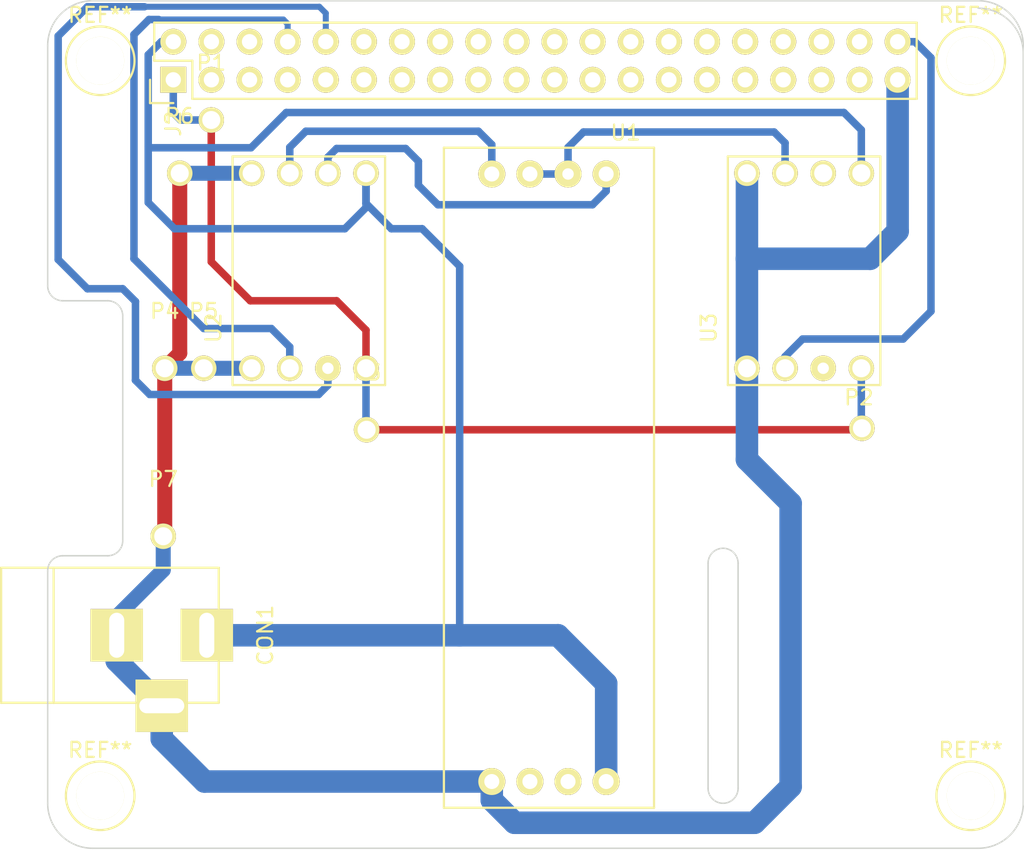
<source format=kicad_pcb>
(kicad_pcb (version 4) (host pcbnew 4.0.2-4+6225~38~ubuntu14.04.1-stable)

  (general
    (links 27)
    (no_connects 2)
    (area 115.224379 55.327 183.650001 112.269)
    (thickness 1.6)
    (drawings 21)
    (tracks 118)
    (zones 0)
    (modules 16)
    (nets 48)
  )

  (page A4)
  (layers
    (0 F.Cu signal)
    (31 B.Cu signal)
    (32 B.Adhes user)
    (33 F.Adhes user)
    (34 B.Paste user)
    (35 F.Paste user)
    (36 B.SilkS user)
    (37 F.SilkS user)
    (38 B.Mask user)
    (39 F.Mask user)
    (40 Dwgs.User user)
    (41 Cmts.User user)
    (42 Eco1.User user)
    (43 Eco2.User user)
    (44 Edge.Cuts user)
    (45 Margin user)
    (46 B.CrtYd user)
    (47 F.CrtYd user)
    (48 B.Fab user)
    (49 F.Fab user)
  )

  (setup
    (last_trace_width 1)
    (user_trace_width 0.02)
    (user_trace_width 0.05)
    (user_trace_width 0.1)
    (user_trace_width 0.2)
    (user_trace_width 0.4)
    (user_trace_width 0.5)
    (user_trace_width 1)
    (user_trace_width 1.5)
    (trace_clearance 0.2)
    (zone_clearance 0.508)
    (zone_45_only no)
    (trace_min 0.01)
    (segment_width 0.2)
    (edge_width 0.1)
    (via_size 0.6)
    (via_drill 0.4)
    (via_min_size 0.4)
    (via_min_drill 0.3)
    (uvia_size 0.3)
    (uvia_drill 0.1)
    (uvias_allowed no)
    (uvia_min_size 0.2)
    (uvia_min_drill 0.1)
    (pcb_text_width 0.3)
    (pcb_text_size 1.5 1.5)
    (mod_edge_width 0.15)
    (mod_text_size 1 1)
    (mod_text_width 0.15)
    (pad_size 1.7 1.7)
    (pad_drill 1.2)
    (pad_to_mask_clearance 0)
    (aux_axis_origin 0 0)
    (visible_elements 7FFEFFFF)
    (pcbplotparams
      (layerselection 0x00000_80000000)
      (usegerberextensions false)
      (excludeedgelayer false)
      (linewidth 0.100000)
      (plotframeref false)
      (viasonmask false)
      (mode 1)
      (useauxorigin false)
      (hpglpennumber 1)
      (hpglpenspeed 20)
      (hpglpendiameter 15)
      (hpglpenoverlay 2)
      (psnegative false)
      (psa4output false)
      (plotreference true)
      (plotvalue true)
      (plotinvisibletext false)
      (padsonsilk false)
      (subtractmaskfromsilk false)
      (outputformat 5)
      (mirror false)
      (drillshape 0)
      (scaleselection 1)
      (outputdirectory /home/eden/Documents/git/horno/elec/raspyHat/RPi_Hat_Template-master/meta/))
  )

  (net 0 "")
  (net 1 "Net-(J2-Pad3)")
  (net 2 "Net-(J2-Pad4)")
  (net 3 "Net-(J2-Pad5)")
  (net 4 "Net-(J2-Pad6)")
  (net 5 "Net-(J2-Pad7)")
  (net 6 "Net-(J2-Pad9)")
  (net 7 "Net-(J2-Pad11)")
  (net 8 "Net-(J2-Pad12)")
  (net 9 "Net-(J2-Pad13)")
  (net 10 "Net-(J2-Pad14)")
  (net 11 "Net-(J2-Pad15)")
  (net 12 "Net-(J2-Pad16)")
  (net 13 "Net-(J2-Pad17)")
  (net 14 "Net-(J2-Pad18)")
  (net 15 "Net-(J2-Pad19)")
  (net 16 "Net-(J2-Pad20)")
  (net 17 "Net-(J2-Pad21)")
  (net 18 "Net-(J2-Pad22)")
  (net 19 "Net-(J2-Pad23)")
  (net 20 "Net-(J2-Pad24)")
  (net 21 "Net-(J2-Pad25)")
  (net 22 "Net-(J2-Pad26)")
  (net 23 "Net-(J2-Pad27)")
  (net 24 "Net-(J2-Pad28)")
  (net 25 "Net-(J2-Pad29)")
  (net 26 "Net-(J2-Pad30)")
  (net 27 "Net-(J2-Pad31)")
  (net 28 "Net-(J2-Pad32)")
  (net 29 "Net-(J2-Pad33)")
  (net 30 "Net-(J2-Pad34)")
  (net 31 "Net-(J2-Pad35)")
  (net 32 "Net-(J2-Pad36)")
  (net 33 "Net-(J2-Pad37)")
  (net 34 "Net-(J2-Pad38)")
  (net 35 "Net-(J2-Pad40)")
  (net 36 +3V3)
  (net 37 +5V)
  (net 38 TX3-3)
  (net 39 RX3-3)
  (net 40 GNDREF)
  (net 41 RX5v)
  (net 42 DE5v)
  (net 43 TX5v)
  (net 44 "Net-(U1-Pad7)")
  (net 45 "Net-(U1-Pad6)")
  (net 46 "Net-(U3-Pad3)")
  (net 47 "Net-(U3-Pad6)")

  (net_class Default "This is the default net class."
    (clearance 0.2)
    (trace_width 0.25)
    (via_dia 0.6)
    (via_drill 0.4)
    (uvia_dia 0.3)
    (uvia_drill 0.1)
    (add_net +3V3)
    (add_net +5V)
    (add_net DE5v)
    (add_net GNDREF)
    (add_net "Net-(J2-Pad11)")
    (add_net "Net-(J2-Pad12)")
    (add_net "Net-(J2-Pad13)")
    (add_net "Net-(J2-Pad14)")
    (add_net "Net-(J2-Pad15)")
    (add_net "Net-(J2-Pad16)")
    (add_net "Net-(J2-Pad17)")
    (add_net "Net-(J2-Pad18)")
    (add_net "Net-(J2-Pad19)")
    (add_net "Net-(J2-Pad20)")
    (add_net "Net-(J2-Pad21)")
    (add_net "Net-(J2-Pad22)")
    (add_net "Net-(J2-Pad23)")
    (add_net "Net-(J2-Pad24)")
    (add_net "Net-(J2-Pad25)")
    (add_net "Net-(J2-Pad26)")
    (add_net "Net-(J2-Pad27)")
    (add_net "Net-(J2-Pad28)")
    (add_net "Net-(J2-Pad29)")
    (add_net "Net-(J2-Pad3)")
    (add_net "Net-(J2-Pad30)")
    (add_net "Net-(J2-Pad31)")
    (add_net "Net-(J2-Pad32)")
    (add_net "Net-(J2-Pad33)")
    (add_net "Net-(J2-Pad34)")
    (add_net "Net-(J2-Pad35)")
    (add_net "Net-(J2-Pad36)")
    (add_net "Net-(J2-Pad37)")
    (add_net "Net-(J2-Pad38)")
    (add_net "Net-(J2-Pad4)")
    (add_net "Net-(J2-Pad40)")
    (add_net "Net-(J2-Pad5)")
    (add_net "Net-(J2-Pad6)")
    (add_net "Net-(J2-Pad7)")
    (add_net "Net-(J2-Pad9)")
    (add_net "Net-(U1-Pad6)")
    (add_net "Net-(U1-Pad7)")
    (add_net "Net-(U3-Pad3)")
    (add_net "Net-(U3-Pad6)")
    (add_net RX3-3)
    (add_net RX5v)
    (add_net TX3-3)
    (add_net TX5v)
  )

  (module footprints:MAX485-PdxLbs (layer F.Cu) (tedit 56B66F1C) (tstamp 56CB8D19)
    (at 152 87.3 180)
    (path /5515D395/56CB7E74)
    (fp_text reference U1 (at -5.1 23 180) (layer F.SilkS)
      (effects (font (size 1 1) (thickness 0.15)))
    )
    (fp_text value MAX485 (at -1 -22.9 180) (layer F.Fab)
      (effects (font (size 1 1) (thickness 0.15)))
    )
    (fp_line (start -7 -22) (end 7 -22) (layer F.SilkS) (width 0.15))
    (fp_line (start 7 22) (end 7 -22) (layer F.SilkS) (width 0.15))
    (fp_line (start -7 22) (end -7 -22) (layer F.SilkS) (width 0.15))
    (fp_line (start -7 22) (end 7 22) (layer F.SilkS) (width 0.15))
    (pad 1 thru_hole circle (at -3.81 20.25 180) (size 1.8 1.8) (drill 1) (layers *.Cu *.Mask F.SilkS)
      (net 41 RX5v))
    (pad 2 thru_hole circle (at -1.27 20.25 180) (size 1.8 1.8) (drill 0.762) (layers *.Cu *.Mask F.SilkS)
      (net 42 DE5v))
    (pad 3 thru_hole circle (at 1.27 20.25 180) (size 1.8 1.8) (drill 1) (layers *.Cu *.Mask F.SilkS)
      (net 42 DE5v))
    (pad 4 thru_hole circle (at 3.81 20.25 180) (size 1.8 1.8) (drill 1) (layers *.Cu *.Mask F.SilkS)
      (net 43 TX5v))
    (pad 8 thru_hole circle (at -3.81 -20.25 180) (size 1.8 1.8) (drill 1) (layers *.Cu *.Mask F.SilkS)
      (net 37 +5V))
    (pad 7 thru_hole circle (at -1.27 -20.25 180) (size 1.8 1.8) (drill 1) (layers *.Cu *.Mask F.SilkS)
      (net 44 "Net-(U1-Pad7)"))
    (pad 6 thru_hole circle (at 1.27 -20.25 180) (size 1.8 1.8) (drill 1) (layers *.Cu *.Mask F.SilkS)
      (net 45 "Net-(U1-Pad6)"))
    (pad 5 thru_hole circle (at 3.81 -20.25 180) (size 1.8 1.8) (drill 1) (layers *.Cu *.Mask F.SilkS)
      (net 40 GNDREF))
  )

  (module Connect:1pin (layer F.Cu) (tedit 56CB938E) (tstamp 56CB9340)
    (at 180.1 59.5)
    (descr "module 1 pin (ou trou mecanique de percage)")
    (tags DEV)
    (fp_text reference REF** (at 0 -3.048) (layer F.SilkS)
      (effects (font (size 1 1) (thickness 0.15)))
    )
    (fp_text value 1pin (at 0 2.794) (layer F.Fab)
      (effects (font (size 1 1) (thickness 0.15)))
    )
    (fp_circle (center 0 0) (end 0 -2.286) (layer F.SilkS) (width 0.15))
    (pad "" np_thru_hole circle (at 0 0) (size 3.2 3.2) (drill 3.2) (layers *.Cu *.Mask F.SilkS))
  )

  (module Connect:1pin (layer F.Cu) (tedit 56CB92FB) (tstamp 56CB933B)
    (at 180.1 108.5)
    (descr "module 1 pin (ou trou mecanique de percage)")
    (tags DEV)
    (fp_text reference REF** (at 0 -3.048) (layer F.SilkS)
      (effects (font (size 1 1) (thickness 0.15)))
    )
    (fp_text value 1pin (at 0 2.794) (layer F.Fab)
      (effects (font (size 1 1) (thickness 0.15)))
    )
    (fp_circle (center 0 0) (end 0 -2.286) (layer F.SilkS) (width 0.15))
    (pad "" np_thru_hole circle (at 0 0) (size 3.2 3.2) (drill 3.2) (layers *.Cu *.Mask F.SilkS))
  )

  (module Connect:1pin (layer F.Cu) (tedit 56CB92FB) (tstamp 56CB9336)
    (at 122.1 108.5)
    (descr "module 1 pin (ou trou mecanique de percage)")
    (tags DEV)
    (fp_text reference REF** (at 0 -3.048) (layer F.SilkS)
      (effects (font (size 1 1) (thickness 0.15)))
    )
    (fp_text value 1pin (at 0 2.794) (layer F.Fab)
      (effects (font (size 1 1) (thickness 0.15)))
    )
    (fp_circle (center 0 0) (end 0 -2.286) (layer F.SilkS) (width 0.15))
    (pad "" np_thru_hole circle (at 0 0) (size 3.2 3.2) (drill 3.2) (layers *.Cu *.Mask F.SilkS))
  )

  (module footprints:LEVELSHIFTER (layer F.Cu) (tedit 56CB8B44) (tstamp 56CB8D29)
    (at 136 73.5 90)
    (path /5515D395/56CB8366)
    (fp_text reference U2 (at -3.81 -6.35 90) (layer F.SilkS)
      (effects (font (size 1 1) (thickness 0.15)))
    )
    (fp_text value LevelShifter (at -1.27 6.35 90) (layer F.Fab)
      (effects (font (size 1 1) (thickness 0.15)))
    )
    (fp_line (start -7.62 5.08) (end -7.62 -5.08) (layer F.SilkS) (width 0.15))
    (fp_line (start 7.62 5.08) (end -7.62 5.08) (layer F.SilkS) (width 0.15))
    (fp_line (start 7.62 -5.08) (end 7.62 5.08) (layer F.SilkS) (width 0.15))
    (fp_line (start -7.62 -5.08) (end 7.62 -5.08) (layer F.SilkS) (width 0.15))
    (pad 1 thru_hole circle (at -6.5 -3.81 90) (size 1.7 1.7) (drill 1.2) (layers *.Cu *.Mask F.SilkS)
      (net 40 GNDREF))
    (pad 2 thru_hole circle (at -6.5 -1.27 90) (size 1.7 1.7) (drill 1.2) (layers *.Cu *.Mask F.SilkS)
      (net 38 TX3-3))
    (pad 3 thru_hole circle (at -6.5 1.27 90) (size 1.7 1.7) (drill 0.762) (layers *.Cu *.Mask F.SilkS)
      (net 39 RX3-3))
    (pad 4 thru_hole circle (at -6.5 3.81 90) (size 1.7 1.7) (drill 1.2) (layers *.Cu *.Mask F.SilkS)
      (net 36 +3V3))
    (pad 5 thru_hole circle (at 6.5 3.81 90) (size 1.7 1.7) (drill 1.2) (layers *.Cu *.Mask F.SilkS)
      (net 37 +5V))
    (pad 6 thru_hole circle (at 6.5 1.27 90) (size 1.7 1.7) (drill 1.2) (layers *.Cu *.Mask F.SilkS)
      (net 41 RX5v))
    (pad 7 thru_hole circle (at 6.5 -1.27 90) (size 1.7 1.7) (drill 1.2) (layers *.Cu *.Mask F.SilkS)
      (net 43 TX5v))
    (pad 8 thru_hole circle (at 6.5 -3.81 90) (size 1.7 1.7) (drill 1.2) (layers *.Cu *.Mask F.SilkS)
      (net 40 GNDREF))
  )

  (module RPi_Hat:Pin_Header_Straight_2x20 locked (layer F.Cu) (tedit 551989BF) (tstamp 5516AEA0)
    (at 151.1 59.5 90)
    (descr "Through hole pin header")
    (tags "pin header")
    (path /5515D395/5516AE26)
    (fp_text reference J2 (at -4.191 -24.13 270) (layer F.SilkS)
      (effects (font (size 1 1) (thickness 0.15)))
    )
    (fp_text value RPi_GPIO (at -1.27 -27.23 90) (layer F.Fab)
      (effects (font (size 1 1) (thickness 0.15)))
    )
    (fp_line (start -3.02 -25.88) (end -3.02 25.92) (layer F.CrtYd) (width 0.05))
    (fp_line (start 3.03 -25.88) (end 3.03 25.92) (layer F.CrtYd) (width 0.05))
    (fp_line (start -3.02 -25.88) (end 3.03 -25.88) (layer F.CrtYd) (width 0.05))
    (fp_line (start -3.02 25.92) (end 3.03 25.92) (layer F.CrtYd) (width 0.05))
    (fp_line (start 2.54 25.4) (end 2.54 -25.4) (layer F.SilkS) (width 0.15))
    (fp_line (start -2.54 -22.86) (end -2.54 25.4) (layer F.SilkS) (width 0.15))
    (fp_line (start 2.54 25.4) (end -2.54 25.4) (layer F.SilkS) (width 0.15))
    (fp_line (start 2.54 -25.4) (end 0 -25.4) (layer F.SilkS) (width 0.15))
    (fp_line (start -1.27 -25.68) (end -2.82 -25.68) (layer F.SilkS) (width 0.15))
    (fp_line (start 0 -25.4) (end 0 -22.86) (layer F.SilkS) (width 0.15))
    (fp_line (start 0 -22.86) (end -2.54 -22.86) (layer F.SilkS) (width 0.15))
    (fp_line (start -2.82 -25.68) (end -2.82 -24.13) (layer F.SilkS) (width 0.15))
    (pad 1 thru_hole rect (at -1.27 -24.13 90) (size 1.7272 1.7272) (drill 1.016) (layers *.Cu *.Mask F.SilkS)
      (net 36 +3V3))
    (pad 2 thru_hole oval (at 1.27 -24.13 90) (size 1.7272 1.7272) (drill 1.016) (layers *.Cu *.Mask F.SilkS)
      (net 37 +5V))
    (pad 3 thru_hole oval (at -1.27 -21.59 90) (size 1.7272 1.7272) (drill 1.016) (layers *.Cu *.Mask F.SilkS)
      (net 1 "Net-(J2-Pad3)"))
    (pad 4 thru_hole oval (at 1.27 -21.59 90) (size 1.7272 1.7272) (drill 1.016) (layers *.Cu *.Mask F.SilkS)
      (net 2 "Net-(J2-Pad4)"))
    (pad 5 thru_hole oval (at -1.27 -19.05 90) (size 1.7272 1.7272) (drill 1.016) (layers *.Cu *.Mask F.SilkS)
      (net 3 "Net-(J2-Pad5)"))
    (pad 6 thru_hole oval (at 1.27 -19.05 90) (size 1.7272 1.7272) (drill 1.016) (layers *.Cu *.Mask F.SilkS)
      (net 4 "Net-(J2-Pad6)"))
    (pad 7 thru_hole oval (at -1.27 -16.51 90) (size 1.7272 1.7272) (drill 1.016) (layers *.Cu *.Mask F.SilkS)
      (net 5 "Net-(J2-Pad7)"))
    (pad 8 thru_hole oval (at 1.27 -16.51 90) (size 1.7272 1.7272) (drill 1.016) (layers *.Cu *.Mask F.SilkS)
      (net 38 TX3-3))
    (pad 9 thru_hole oval (at -1.27 -13.97 90) (size 1.7272 1.7272) (drill 1.016) (layers *.Cu *.Mask F.SilkS)
      (net 6 "Net-(J2-Pad9)"))
    (pad 10 thru_hole oval (at 1.27 -13.97 90) (size 1.7272 1.7272) (drill 1.016) (layers *.Cu *.Mask F.SilkS)
      (net 39 RX3-3))
    (pad 11 thru_hole oval (at -1.27 -11.43 90) (size 1.7272 1.7272) (drill 1.016) (layers *.Cu *.Mask F.SilkS)
      (net 7 "Net-(J2-Pad11)"))
    (pad 12 thru_hole oval (at 1.27 -11.43 90) (size 1.7272 1.7272) (drill 1.016) (layers *.Cu *.Mask F.SilkS)
      (net 8 "Net-(J2-Pad12)"))
    (pad 13 thru_hole oval (at -1.27 -8.89 90) (size 1.7272 1.7272) (drill 1.016) (layers *.Cu *.Mask F.SilkS)
      (net 9 "Net-(J2-Pad13)"))
    (pad 14 thru_hole oval (at 1.27 -8.89 90) (size 1.7272 1.7272) (drill 1.016) (layers *.Cu *.Mask F.SilkS)
      (net 10 "Net-(J2-Pad14)"))
    (pad 15 thru_hole oval (at -1.27 -6.35 90) (size 1.7272 1.7272) (drill 1.016) (layers *.Cu *.Mask F.SilkS)
      (net 11 "Net-(J2-Pad15)"))
    (pad 16 thru_hole oval (at 1.27 -6.35 90) (size 1.7272 1.7272) (drill 1.016) (layers *.Cu *.Mask F.SilkS)
      (net 12 "Net-(J2-Pad16)"))
    (pad 17 thru_hole oval (at -1.27 -3.81 90) (size 1.7272 1.7272) (drill 1.016) (layers *.Cu *.Mask F.SilkS)
      (net 13 "Net-(J2-Pad17)"))
    (pad 18 thru_hole oval (at 1.27 -3.81 90) (size 1.7272 1.7272) (drill 1.016) (layers *.Cu *.Mask F.SilkS)
      (net 14 "Net-(J2-Pad18)"))
    (pad 19 thru_hole oval (at -1.27 -1.27 90) (size 1.7272 1.7272) (drill 1.016) (layers *.Cu *.Mask F.SilkS)
      (net 15 "Net-(J2-Pad19)"))
    (pad 20 thru_hole oval (at 1.27 -1.27 90) (size 1.7272 1.7272) (drill 1.016) (layers *.Cu *.Mask F.SilkS)
      (net 16 "Net-(J2-Pad20)"))
    (pad 21 thru_hole oval (at -1.27 1.27 90) (size 1.7272 1.7272) (drill 1.016) (layers *.Cu *.Mask F.SilkS)
      (net 17 "Net-(J2-Pad21)"))
    (pad 22 thru_hole oval (at 1.27 1.27 90) (size 1.7272 1.7272) (drill 1.016) (layers *.Cu *.Mask F.SilkS)
      (net 18 "Net-(J2-Pad22)"))
    (pad 23 thru_hole oval (at -1.27 3.81 90) (size 1.7272 1.7272) (drill 1.016) (layers *.Cu *.Mask F.SilkS)
      (net 19 "Net-(J2-Pad23)"))
    (pad 24 thru_hole oval (at 1.27 3.81 90) (size 1.7272 1.7272) (drill 1.016) (layers *.Cu *.Mask F.SilkS)
      (net 20 "Net-(J2-Pad24)"))
    (pad 25 thru_hole oval (at -1.27 6.35 90) (size 1.7272 1.7272) (drill 1.016) (layers *.Cu *.Mask F.SilkS)
      (net 21 "Net-(J2-Pad25)"))
    (pad 26 thru_hole oval (at 1.27 6.35 90) (size 1.7272 1.7272) (drill 1.016) (layers *.Cu *.Mask F.SilkS)
      (net 22 "Net-(J2-Pad26)"))
    (pad 27 thru_hole oval (at -1.27 8.89 90) (size 1.7272 1.7272) (drill 1.016) (layers *.Cu *.Mask F.SilkS)
      (net 23 "Net-(J2-Pad27)"))
    (pad 28 thru_hole oval (at 1.27 8.89 90) (size 1.7272 1.7272) (drill 1.016) (layers *.Cu *.Mask F.SilkS)
      (net 24 "Net-(J2-Pad28)"))
    (pad 29 thru_hole oval (at -1.27 11.43 90) (size 1.7272 1.7272) (drill 1.016) (layers *.Cu *.Mask F.SilkS)
      (net 25 "Net-(J2-Pad29)"))
    (pad 30 thru_hole oval (at 1.27 11.43 90) (size 1.7272 1.7272) (drill 1.016) (layers *.Cu *.Mask F.SilkS)
      (net 26 "Net-(J2-Pad30)"))
    (pad 31 thru_hole oval (at -1.27 13.97 90) (size 1.7272 1.7272) (drill 1.016) (layers *.Cu *.Mask F.SilkS)
      (net 27 "Net-(J2-Pad31)"))
    (pad 32 thru_hole oval (at 1.27 13.97 90) (size 1.7272 1.7272) (drill 1.016) (layers *.Cu *.Mask F.SilkS)
      (net 28 "Net-(J2-Pad32)"))
    (pad 33 thru_hole oval (at -1.27 16.51 90) (size 1.7272 1.7272) (drill 1.016) (layers *.Cu *.Mask F.SilkS)
      (net 29 "Net-(J2-Pad33)"))
    (pad 34 thru_hole oval (at 1.27 16.51 90) (size 1.7272 1.7272) (drill 1.016) (layers *.Cu *.Mask F.SilkS)
      (net 30 "Net-(J2-Pad34)"))
    (pad 35 thru_hole oval (at -1.27 19.05 90) (size 1.7272 1.7272) (drill 1.016) (layers *.Cu *.Mask F.SilkS)
      (net 31 "Net-(J2-Pad35)"))
    (pad 36 thru_hole oval (at 1.27 19.05 90) (size 1.7272 1.7272) (drill 1.016) (layers *.Cu *.Mask F.SilkS)
      (net 32 "Net-(J2-Pad36)"))
    (pad 37 thru_hole oval (at -1.27 21.59 90) (size 1.7272 1.7272) (drill 1.016) (layers *.Cu *.Mask F.SilkS)
      (net 33 "Net-(J2-Pad37)"))
    (pad 38 thru_hole oval (at 1.27 21.59 90) (size 1.7272 1.7272) (drill 1.016) (layers *.Cu *.Mask F.SilkS)
      (net 34 "Net-(J2-Pad38)"))
    (pad 39 thru_hole oval (at -1.27 24.13 90) (size 1.7272 1.7272) (drill 1.016) (layers *.Cu *.Mask F.SilkS)
      (net 40 GNDREF))
    (pad 40 thru_hole oval (at 1.27 24.13 90) (size 1.7272 1.7272) (drill 1.016) (layers *.Cu *.Mask F.SilkS)
      (net 35 "Net-(J2-Pad40)"))
    (model Pin_Headers.3dshapes/Pin_Header_Straight_2x20.wrl
      (at (xyz 0 0 0))
      (scale (xyz 1 1 1))
      (rotate (xyz 0 0 90))
    )
  )

  (module Connect:BARREL_JACK (layer F.Cu) (tedit 0) (tstamp 56CB8D09)
    (at 123 97.8)
    (descr "DC Barrel Jack")
    (tags "Power Jack")
    (path /5515D395/56CB807A)
    (fp_text reference CON1 (at 10.09904 0 90) (layer F.SilkS)
      (effects (font (size 1 1) (thickness 0.15)))
    )
    (fp_text value BARREL_JACK (at 0 -5.99948) (layer F.Fab)
      (effects (font (size 1 1) (thickness 0.15)))
    )
    (fp_line (start -4.0005 -4.50088) (end -4.0005 4.50088) (layer F.SilkS) (width 0.15))
    (fp_line (start -7.50062 -4.50088) (end -7.50062 4.50088) (layer F.SilkS) (width 0.15))
    (fp_line (start -7.50062 4.50088) (end 7.00024 4.50088) (layer F.SilkS) (width 0.15))
    (fp_line (start 7.00024 4.50088) (end 7.00024 -4.50088) (layer F.SilkS) (width 0.15))
    (fp_line (start 7.00024 -4.50088) (end -7.50062 -4.50088) (layer F.SilkS) (width 0.15))
    (pad 1 thru_hole rect (at 6.20014 0) (size 3.50012 3.50012) (drill oval 1.00076 2.99974) (layers *.Cu *.Mask F.SilkS)
      (net 37 +5V))
    (pad 2 thru_hole rect (at 0.20066 0) (size 3.50012 3.50012) (drill oval 1.00076 2.99974) (layers *.Cu *.Mask F.SilkS)
      (net 40 GNDREF))
    (pad 3 thru_hole rect (at 3.2004 4.699) (size 3.50012 3.50012) (drill oval 2.99974 1.00076) (layers *.Cu *.Mask F.SilkS)
      (net 40 GNDREF))
  )

  (module footprints:LEVELSHIFTER (layer F.Cu) (tedit 56CB8B44) (tstamp 56CB8D39)
    (at 169 73.5 90)
    (path /5515D395/56CB83C3)
    (fp_text reference U3 (at -3.81 -6.35 90) (layer F.SilkS)
      (effects (font (size 1 1) (thickness 0.15)))
    )
    (fp_text value LevelShifter (at -1.27 6.35 90) (layer F.Fab)
      (effects (font (size 1 1) (thickness 0.15)))
    )
    (fp_line (start -7.62 5.08) (end -7.62 -5.08) (layer F.SilkS) (width 0.15))
    (fp_line (start 7.62 5.08) (end -7.62 5.08) (layer F.SilkS) (width 0.15))
    (fp_line (start 7.62 -5.08) (end 7.62 5.08) (layer F.SilkS) (width 0.15))
    (fp_line (start -7.62 -5.08) (end 7.62 -5.08) (layer F.SilkS) (width 0.15))
    (pad 1 thru_hole circle (at -6.5 -3.81 90) (size 1.7 1.7) (drill 1.2) (layers *.Cu *.Mask F.SilkS)
      (net 40 GNDREF))
    (pad 2 thru_hole circle (at -6.5 -1.27 90) (size 1.7 1.7) (drill 1.2) (layers *.Cu *.Mask F.SilkS)
      (net 35 "Net-(J2-Pad40)"))
    (pad 3 thru_hole circle (at -6.5 1.27 90) (size 1.7 1.7) (drill 0.762) (layers *.Cu *.Mask F.SilkS)
      (net 46 "Net-(U3-Pad3)"))
    (pad 4 thru_hole circle (at -6.5 3.81 90) (size 1.7 1.7) (drill 1.2) (layers *.Cu *.Mask F.SilkS)
      (net 36 +3V3))
    (pad 5 thru_hole circle (at 6.5 3.81 90) (size 1.7 1.7) (drill 1.2) (layers *.Cu *.Mask F.SilkS)
      (net 37 +5V))
    (pad 6 thru_hole circle (at 6.5 1.27 90) (size 1.7 1.7) (drill 1.2) (layers *.Cu *.Mask F.SilkS)
      (net 47 "Net-(U3-Pad6)"))
    (pad 7 thru_hole circle (at 6.5 -1.27 90) (size 1.7 1.7) (drill 1.2) (layers *.Cu *.Mask F.SilkS)
      (net 42 DE5v))
    (pad 8 thru_hole circle (at 6.5 -3.81 90) (size 1.7 1.7) (drill 1.2) (layers *.Cu *.Mask F.SilkS)
      (net 40 GNDREF))
  )

  (module Connect:1pin (layer F.Cu) (tedit 56CB92FB) (tstamp 56CB92A5)
    (at 122.1 59.5)
    (descr "module 1 pin (ou trou mecanique de percage)")
    (tags DEV)
    (fp_text reference REF** (at 0 -3.048) (layer F.SilkS)
      (effects (font (size 1 1) (thickness 0.15)))
    )
    (fp_text value 1pin (at 0 2.794) (layer F.Fab)
      (effects (font (size 1 1) (thickness 0.15)))
    )
    (fp_circle (center 0 0) (end 0 -2.286) (layer F.SilkS) (width 0.15))
    (pad "" np_thru_hole circle (at 0 0) (size 3.2 3.2) (drill 3.2) (layers *.Cu *.Mask F.SilkS))
  )

  (module Wire_Pads:SolderWirePad_single_1-2mmDrill (layer F.Cu) (tedit 56CB9B38) (tstamp 56CBA14E)
    (at 129.5 63.45)
    (path /5515D395/56CB9A48)
    (fp_text reference P1 (at 0 -3.81) (layer F.SilkS)
      (effects (font (size 1 1) (thickness 0.15)))
    )
    (fp_text value CONN_01X01 (at -1.905 3.175) (layer F.Fab)
      (effects (font (size 1 1) (thickness 0.15)))
    )
    (pad 1 thru_hole circle (at 0 0) (size 1.7 1.7) (drill 1.2) (layers *.Cu *.Mask F.SilkS)
      (net 36 +3V3))
  )

  (module Wire_Pads:SolderWirePad_single_1-2mmDrill (layer F.Cu) (tedit 56CB9B51) (tstamp 56CBA153)
    (at 172.85 84)
    (path /5515D395/56CB9B61)
    (fp_text reference P2 (at -0.2 -2.050001) (layer F.SilkS)
      (effects (font (size 1 1) (thickness 0.15)))
    )
    (fp_text value CONN_01X01 (at -1.905 3.175) (layer F.Fab)
      (effects (font (size 1 1) (thickness 0.15)))
    )
    (pad 1 thru_hole circle (at 0 0) (size 1.7 1.7) (drill 1.2) (layers *.Cu *.Mask F.SilkS)
      (net 36 +3V3))
  )

  (module Wire_Pads:SolderWirePad_single_1-2mmDrill (layer F.Cu) (tedit 56CB9BDC) (tstamp 56CBA17E)
    (at 139.85 84.1)
    (path /5515D395/56CB9E53)
    (fp_text reference P3 (at 0 -3.81) (layer F.SilkS)
      (effects (font (size 1 1) (thickness 0.15)))
    )
    (fp_text value CONN_01X01 (at -1.905 3.175) (layer F.Fab)
      (effects (font (size 1 1) (thickness 0.15)))
    )
    (pad 1 thru_hole circle (at 0 0) (size 1.7 1.7) (drill 1.2) (layers *.Cu *.Mask F.SilkS)
      (net 36 +3V3))
  )

  (module Wire_Pads:SolderWirePad_single_1-2mmDrill (layer F.Cu) (tedit 56CB9DF2) (tstamp 56CBA1B8)
    (at 126.4 80)
    (path /5515D395/56CBA09E)
    (fp_text reference P4 (at 0 -3.81) (layer F.SilkS)
      (effects (font (size 1 1) (thickness 0.15)))
    )
    (fp_text value CONN_01X01 (at -1.905 3.175) (layer F.Fab)
      (effects (font (size 1 1) (thickness 0.15)))
    )
    (pad 1 thru_hole circle (at 0 0) (size 1.7 1.7) (drill 1.2) (layers *.Cu *.Mask F.SilkS)
      (net 40 GNDREF))
  )

  (module Wire_Pads:SolderWirePad_single_1-2mmDrill (layer F.Cu) (tedit 56CB9E06) (tstamp 56CBA1BD)
    (at 129 80)
    (path /5515D395/56CBA0F7)
    (fp_text reference P5 (at 0 -3.81) (layer F.SilkS)
      (effects (font (size 1 1) (thickness 0.15)))
    )
    (fp_text value CONN_01X01 (at -1.905 3.175) (layer F.Fab)
      (effects (font (size 1 1) (thickness 0.15)))
    )
    (pad 1 thru_hole circle (at 0 0) (size 1.7 1.7) (drill 1.2) (layers *.Cu *.Mask F.SilkS)
      (net 40 GNDREF))
  )

  (module Wire_Pads:SolderWirePad_single_1-2mmDrill (layer F.Cu) (tedit 56CB9E37) (tstamp 56CBA1C2)
    (at 127.4 67)
    (path /5515D395/56CBA131)
    (fp_text reference P6 (at 0 -3.81) (layer F.SilkS)
      (effects (font (size 1 1) (thickness 0.15)))
    )
    (fp_text value CONN_01X01 (at -1.905 3.175) (layer F.Fab)
      (effects (font (size 1 1) (thickness 0.15)))
    )
    (pad 1 thru_hole circle (at 0 0) (size 1.7 1.7) (drill 1.2) (layers *.Cu *.Mask F.SilkS)
      (net 40 GNDREF))
  )

  (module Wire_Pads:SolderWirePad_single_1-2mmDrill (layer F.Cu) (tedit 56CB9E87) (tstamp 56CBA1ED)
    (at 126.3 91.2)
    (path /5515D395/56CBA28A)
    (fp_text reference P7 (at 0 -3.81) (layer F.SilkS)
      (effects (font (size 1 1) (thickness 0.15)))
    )
    (fp_text value CONN_01X01 (at -1.905 3.175) (layer F.Fab)
      (effects (font (size 1 1) (thickness 0.15)))
    )
    (pad 1 thru_hole circle (at 0 0) (size 1.7 1.7) (drill 1.2) (layers *.Cu *.Mask F.SilkS)
      (net 40 GNDREF))
  )

  (gr_arc (start 180.6 59) (end 180.6 56) (angle 90) (layer Edge.Cuts) (width 0.1) (tstamp 5516A74C))
  (gr_arc (start 163.6 108) (end 162.6 108) (angle -180) (layer Edge.Cuts) (width 0.1) (tstamp 5515DF03))
  (gr_arc (start 163.6 93) (end 162.6 93) (angle 180) (layer Edge.Cuts) (width 0.1))
  (gr_line (start 164.6 93) (end 164.6 108) (angle 90) (layer Edge.Cuts) (width 0.1) (tstamp 5515DEFA))
  (gr_line (start 162.6 93) (end 162.6 108) (angle 90) (layer Edge.Cuts) (width 0.1))
  (gr_arc (start 119.6 93.5) (end 118.6 93.5) (angle 90) (layer Edge.Cuts) (width 0.1) (tstamp 5515814F))
  (gr_arc (start 122.6 91.5) (end 123.6 91.5) (angle 90) (layer Edge.Cuts) (width 0.1) (tstamp 5515812E))
  (gr_arc (start 122.6 76.5) (end 122.6 75.5) (angle 90) (layer Edge.Cuts) (width 0.1) (tstamp 5515810E))
  (gr_arc (start 119.6 74.5) (end 119.6 75.5) (angle 90) (layer Edge.Cuts) (width 0.1) (tstamp 55158090))
  (gr_arc (start 180.6 109) (end 183.6 109) (angle 90) (layer Edge.Cuts) (width 0.1) (tstamp 55157FFB))
  (gr_arc (start 121.6 109) (end 121.6 112) (angle 90) (layer Edge.Cuts) (width 0.1) (tstamp 55157FCE))
  (gr_arc (start 121.6 58.5) (end 118.6 58.5) (angle 90) (layer Edge.Cuts) (width 0.1) (tstamp 55157F8A))
  (gr_arc (start 180.6 58.5) (end 180.6 55.5) (angle 90) (layer Edge.Cuts) (width 0.1) (tstamp 55157F2C))
  (gr_line (start 118.6 93.5) (end 118.6 109) (layer Edge.Cuts) (width 0.1))
  (gr_line (start 118.6 58.5) (end 118.6 74.5) (layer Edge.Cuts) (width 0.1))
  (gr_line (start 119.6 92.5) (end 122.6 92.5) (layer Edge.Cuts) (width 0.1))
  (gr_line (start 119.6 75.5) (end 122.6 75.5) (layer Edge.Cuts) (width 0.1))
  (gr_line (start 123.6 76.5) (end 123.6 91.5) (layer Edge.Cuts) (width 0.1))
  (gr_line (start 121.6 112) (end 180.6 112) (angle 90) (layer Edge.Cuts) (width 0.1))
  (gr_line (start 183.6 58.5) (end 183.6 109) (angle 90) (layer Edge.Cuts) (width 0.1))
  (gr_line (start 121.6 55.5) (end 180.6 55.5) (angle 90) (layer Edge.Cuts) (width 0.1))

  (segment (start 177.45 59.3) (end 176.38 58.23) (width 0.5) (layer B.Cu) (net 35))
  (segment (start 176.38 58.23) (end 175.23 58.23) (width 0.5) (layer B.Cu) (net 35))
  (segment (start 177.45 76.2) (end 177.45 59.3) (width 0.5) (layer B.Cu) (net 35))
  (segment (start 175.6 78.05) (end 177.45 76.2) (width 0.5) (layer B.Cu) (net 35))
  (segment (start 168.9 78.05) (end 175.6 78.05) (width 0.5) (layer B.Cu) (net 35))
  (segment (start 167.73 79.22) (end 168.9 78.05) (width 0.5) (layer B.Cu) (net 35))
  (segment (start 167.73 80) (end 167.73 79.22) (width 0.5) (layer B.Cu) (net 35))
  (segment (start 139.85 84.1) (end 172.75 84.1) (width 0.5) (layer F.Cu) (net 36))
  (segment (start 172.75 84.1) (end 172.85 84) (width 0.5) (layer B.Cu) (net 36))
  (segment (start 137.85 75.5) (end 139.81 77.46) (width 0.5) (layer F.Cu) (net 36))
  (segment (start 139.81 77.46) (end 139.81 80) (width 0.5) (layer F.Cu) (net 36))
  (segment (start 132.1 75.5) (end 137.85 75.5) (width 0.5) (layer F.Cu) (net 36))
  (segment (start 129.5 72.9) (end 132.1 75.5) (width 0.5) (layer F.Cu) (net 36))
  (segment (start 129.5 63.45) (end 129.5 72.9) (width 0.5) (layer F.Cu) (net 36))
  (segment (start 139.81 80) (end 139.81 84.06) (width 0.5) (layer B.Cu) (net 36))
  (segment (start 139.81 84.06) (end 139.85 84.1) (width 0.5) (layer F.Cu) (net 36))
  (segment (start 172.81 80) (end 172.81 83.96) (width 0.5) (layer B.Cu) (net 36))
  (segment (start 172.81 83.96) (end 172.85 84) (width 0.5) (layer F.Cu) (net 36))
  (segment (start 126.97 60.77) (end 126.97 62.97) (width 0.5) (layer B.Cu) (net 36))
  (segment (start 126.97 62.97) (end 127.45 63.45) (width 0.5) (layer B.Cu) (net 36))
  (segment (start 127.45 63.45) (end 129.4 63.45) (width 0.5) (layer B.Cu) (net 36))
  (segment (start 129.20014 97.8) (end 146.05 97.8) (width 1.5) (layer B.Cu) (net 37))
  (segment (start 146.05 97.8) (end 152.6 97.8) (width 1.5) (layer B.Cu) (net 37))
  (segment (start 143.55 70.7) (end 146.05 73.2) (width 0.5) (layer B.Cu) (net 37))
  (segment (start 146.05 73.2) (end 146.05 97.8) (width 0.5) (layer B.Cu) (net 37))
  (segment (start 141.5 70.7) (end 143.55 70.7) (width 0.5) (layer B.Cu) (net 37))
  (segment (start 139.81 69.01) (end 141.5 70.7) (width 0.5) (layer B.Cu) (net 37))
  (segment (start 139.81 67) (end 139.81 69.01) (width 0.5) (layer B.Cu) (net 37))
  (segment (start 139.81 67) (end 139.81 69.29) (width 0.5) (layer B.Cu) (net 37))
  (segment (start 139.81 69.29) (end 138.4 70.7) (width 0.5) (layer B.Cu) (net 37))
  (segment (start 138.4 70.7) (end 127.05 70.7) (width 0.5) (layer B.Cu) (net 37))
  (segment (start 127.05 70.7) (end 125.3 68.95) (width 0.5) (layer B.Cu) (net 37))
  (segment (start 125.3 68.95) (end 125.3 65.2) (width 0.5) (layer B.Cu) (net 37))
  (segment (start 125.3 59.1) (end 125.3 65.2) (width 0.5) (layer B.Cu) (net 37))
  (segment (start 125.4 65.3) (end 125.3 65.2) (width 0.5) (layer B.Cu) (net 37))
  (segment (start 132.15 65.3) (end 125.4 65.3) (width 0.5) (layer B.Cu) (net 37))
  (segment (start 134.5 62.95) (end 132.15 65.3) (width 0.5) (layer B.Cu) (net 37))
  (segment (start 171.65 62.95) (end 134.5 62.95) (width 0.5) (layer B.Cu) (net 37))
  (segment (start 172.81 64.11) (end 171.65 62.95) (width 0.5) (layer B.Cu) (net 37))
  (segment (start 172.81 67) (end 172.81 64.11) (width 0.5) (layer B.Cu) (net 37))
  (segment (start 126.17 58.23) (end 125.3 59.1) (width 0.5) (layer B.Cu) (net 37))
  (segment (start 126.97 58.23) (end 126.17 58.23) (width 0.5) (layer B.Cu) (net 37))
  (segment (start 152.6 97.8) (end 155.81 101.01) (width 1.5) (layer B.Cu) (net 37))
  (segment (start 155.81 101.01) (end 155.81 107.55) (width 1.5) (layer B.Cu) (net 37))
  (segment (start 126 56.75) (end 125.35 56.75) (width 0.5) (layer B.Cu) (net 38))
  (segment (start 125.35 56.75) (end 124.35 57.75) (width 0.5) (layer B.Cu) (net 38))
  (segment (start 133.5 77.35) (end 134.73 78.58) (width 0.5) (layer B.Cu) (net 38))
  (segment (start 124.35 57.75) (end 124.35 72.7) (width 0.5) (layer B.Cu) (net 38))
  (segment (start 124.35 72.7) (end 129 77.35) (width 0.5) (layer B.Cu) (net 38))
  (segment (start 129 77.35) (end 133.5 77.35) (width 0.5) (layer B.Cu) (net 38))
  (segment (start 134.73 78.58) (end 134.73 80) (width 0.5) (layer B.Cu) (net 38))
  (segment (start 134.59 58.23) (end 134.59 57.04) (width 0.4) (layer B.Cu) (net 38))
  (segment (start 134.59 57.04) (end 134.3 56.75) (width 0.4) (layer B.Cu) (net 38))
  (segment (start 134.3 56.75) (end 126 56.75) (width 0.4) (layer B.Cu) (net 38))
  (segment (start 134.59 58.23) (end 134.59 58.31) (width 0.4) (layer B.Cu) (net 38))
  (segment (start 125.05 55.9) (end 121.25 55.9) (width 0.5) (layer B.Cu) (net 39))
  (segment (start 121.25 55.9) (end 119.3 57.85) (width 0.5) (layer B.Cu) (net 39))
  (segment (start 119.3 57.85) (end 119.3 72.75) (width 0.5) (layer B.Cu) (net 39))
  (segment (start 119.3 72.75) (end 121.25 74.7) (width 0.5) (layer B.Cu) (net 39))
  (segment (start 137.27 81.13) (end 137.27 80) (width 0.5) (layer B.Cu) (net 39))
  (segment (start 121.25 74.7) (end 123.6 74.7) (width 0.5) (layer B.Cu) (net 39))
  (segment (start 136.65 81.75) (end 137.27 81.13) (width 0.5) (layer B.Cu) (net 39))
  (segment (start 123.6 74.7) (end 124.45 75.55) (width 0.5) (layer B.Cu) (net 39))
  (segment (start 124.45 75.55) (end 124.45 80.8) (width 0.5) (layer B.Cu) (net 39))
  (segment (start 124.45 80.8) (end 125.4 81.75) (width 0.5) (layer B.Cu) (net 39))
  (segment (start 125.4 81.75) (end 136.65 81.75) (width 0.5) (layer B.Cu) (net 39))
  (segment (start 125.05 55.9) (end 136.7 55.9) (width 0.4) (layer B.Cu) (net 39))
  (segment (start 137.13 56.33) (end 137.13 57.03) (width 0.4) (layer B.Cu) (net 39))
  (segment (start 137.13 57.03) (end 137.13 58.23) (width 0.4) (layer B.Cu) (net 39))
  (segment (start 136.7 55.9) (end 137.13 56.33) (width 0.4) (layer B.Cu) (net 39))
  (segment (start 137.13 58.23) (end 137.07 58.23) (width 0.5) (layer B.Cu) (net 39))
  (segment (start 126.4 80) (end 126.4 91.1) (width 1) (layer F.Cu) (net 40))
  (segment (start 126.4 91.1) (end 126.3 91.2) (width 1) (layer B.Cu) (net 40))
  (segment (start 123.20066 96.54934) (end 126.3 93.45) (width 1) (layer B.Cu) (net 40))
  (segment (start 126.3 93.45) (end 126.3 91.2) (width 1) (layer B.Cu) (net 40))
  (segment (start 123.20066 97.8) (end 123.20066 96.54934) (width 1) (layer B.Cu) (net 40))
  (segment (start 127.4 67) (end 127.4 79) (width 1) (layer F.Cu) (net 40))
  (segment (start 127.4 79) (end 126.4 80) (width 1) (layer F.Cu) (net 40))
  (segment (start 127.4 67) (end 132.19 67) (width 1) (layer B.Cu) (net 40))
  (segment (start 129 80) (end 132.19 80) (width 1) (layer B.Cu) (net 40))
  (segment (start 126.4 80) (end 129 80) (width 1) (layer B.Cu) (net 40))
  (segment (start 165.19 67) (end 165.19 72.7) (width 1.5) (layer B.Cu) (net 40))
  (segment (start 173.4 72.7) (end 165.19 72.7) (width 1.5) (layer B.Cu) (net 40))
  (segment (start 165.19 72.7) (end 165.19 80) (width 1.5) (layer B.Cu) (net 40))
  (segment (start 175.23 70.87) (end 173.4 72.7) (width 1.5) (layer B.Cu) (net 40))
  (segment (start 175.23 60.77) (end 175.23 70.87) (width 1.5) (layer B.Cu) (net 40))
  (segment (start 168.1 89) (end 165.19 86.09) (width 1.5) (layer B.Cu) (net 40))
  (segment (start 165.19 86.09) (end 165.19 80) (width 1.5) (layer B.Cu) (net 40))
  (segment (start 168.1 107.9) (end 168.1 89) (width 1.5) (layer B.Cu) (net 40))
  (segment (start 165.7 110.3) (end 168.1 107.9) (width 1.5) (layer B.Cu) (net 40))
  (segment (start 149.7 110.3) (end 165.7 110.3) (width 1.5) (layer B.Cu) (net 40))
  (segment (start 148.19 108.79) (end 149.7 110.3) (width 1.5) (layer B.Cu) (net 40))
  (segment (start 148.19 107.55) (end 148.19 108.79) (width 1.5) (layer B.Cu) (net 40))
  (segment (start 126.2004 104.7004) (end 129.05 107.55) (width 1.5) (layer B.Cu) (net 40))
  (segment (start 129.05 107.55) (end 148.19 107.55) (width 1.5) (layer B.Cu) (net 40))
  (segment (start 126.2004 102.499) (end 126.2004 104.7004) (width 1.5) (layer B.Cu) (net 40))
  (segment (start 123.20066 97.8) (end 123.20066 99.49926) (width 1.5) (layer B.Cu) (net 40))
  (segment (start 123.20066 99.49926) (end 126.2004 102.499) (width 1.5) (layer B.Cu) (net 40))
  (segment (start 154.9 69.1) (end 155.81 68.19) (width 0.5) (layer B.Cu) (net 41))
  (segment (start 155.81 68.19) (end 155.81 67.05) (width 0.5) (layer B.Cu) (net 41))
  (segment (start 143.3 66.2) (end 143.3 67.8) (width 0.5) (layer B.Cu) (net 41))
  (segment (start 143.3 67.8) (end 144.6 69.1) (width 0.5) (layer B.Cu) (net 41))
  (segment (start 142.45 65.35) (end 143.3 66.2) (width 0.5) (layer B.Cu) (net 41))
  (segment (start 137.85 65.35) (end 142.45 65.35) (width 0.5) (layer B.Cu) (net 41))
  (segment (start 137.27 65.93) (end 137.85 65.35) (width 0.5) (layer B.Cu) (net 41))
  (segment (start 137.27 67) (end 137.27 65.93) (width 0.5) (layer B.Cu) (net 41))
  (segment (start 154.9 69.1) (end 144.6 69.1) (width 0.5) (layer B.Cu) (net 41))
  (segment (start 154.3 64.25) (end 167 64.25) (width 0.5) (layer B.Cu) (net 42))
  (segment (start 153.27 65.28) (end 154.3 64.25) (width 0.5) (layer B.Cu) (net 42))
  (segment (start 153.27 67.05) (end 153.27 65.28) (width 0.5) (layer B.Cu) (net 42))
  (segment (start 167 64.25) (end 167.73 64.98) (width 0.5) (layer B.Cu) (net 42))
  (segment (start 167.73 64.98) (end 167.73 67) (width 0.5) (layer B.Cu) (net 42))
  (segment (start 150.73 67.05) (end 153.27 67.05) (width 0.5) (layer B.Cu) (net 42))
  (segment (start 147.3 64.2) (end 148.19 65.09) (width 0.5) (layer B.Cu) (net 43))
  (segment (start 148.19 65.09) (end 148.19 67.05) (width 0.5) (layer B.Cu) (net 43))
  (segment (start 135.8 64.2) (end 147.3 64.2) (width 0.5) (layer B.Cu) (net 43))
  (segment (start 134.73 65.27) (end 135.8 64.2) (width 0.5) (layer B.Cu) (net 43))
  (segment (start 134.73 67) (end 134.73 65.27) (width 0.5) (layer B.Cu) (net 43))

)

</source>
